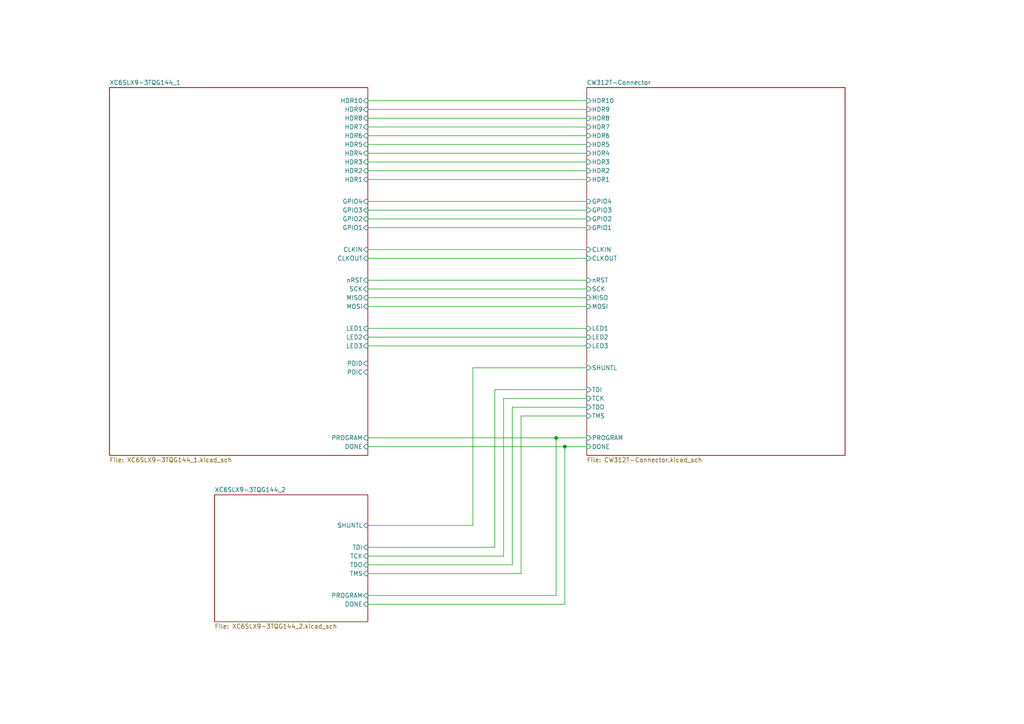
<source format=kicad_sch>
(kicad_sch
	(version 20231120)
	(generator "eeschema")
	(generator_version "8.0")
	(uuid "06b23300-1735-453c-a53d-6066ed551221")
	(paper "A4")
	(lib_symbols)
	(junction
		(at 163.83 129.54)
		(diameter 0)
		(color 0 0 0 0)
		(uuid "164197c7-12c6-43a5-b3bf-9523dfcb996b")
	)
	(junction
		(at 161.29 127)
		(diameter 0)
		(color 0 0 0 0)
		(uuid "6b00a7fe-29ad-4ffb-9b84-fa7cf140b181")
	)
	(wire
		(pts
			(xy 161.29 127) (xy 161.29 172.72)
		)
		(stroke
			(width 0)
			(type default)
		)
		(uuid "0152dc58-7e51-4bcc-af3b-3000d2fc3cfa")
	)
	(wire
		(pts
			(xy 106.68 129.54) (xy 163.83 129.54)
		)
		(stroke
			(width 0)
			(type default)
		)
		(uuid "0772b1d6-3325-4698-adec-5a055ec10396")
	)
	(wire
		(pts
			(xy 151.13 166.37) (xy 151.13 120.65)
		)
		(stroke
			(width 0)
			(type default)
		)
		(uuid "121cb5e6-8f79-479a-b1a8-9dba2349c16b")
	)
	(wire
		(pts
			(xy 170.18 106.68) (xy 137.16 106.68)
		)
		(stroke
			(width 0)
			(type default)
		)
		(uuid "1468b0e4-579d-4550-befa-a88051ed04d3")
	)
	(wire
		(pts
			(xy 106.68 34.29) (xy 170.18 34.29)
		)
		(stroke
			(width 0)
			(type default)
		)
		(uuid "1c044052-aa10-47a4-be32-464d9df5f4ac")
	)
	(wire
		(pts
			(xy 106.68 83.82) (xy 170.18 83.82)
		)
		(stroke
			(width 0)
			(type default)
		)
		(uuid "1c36b0c9-1c18-4271-8c00-35e442377310")
	)
	(wire
		(pts
			(xy 106.68 41.91) (xy 170.18 41.91)
		)
		(stroke
			(width 0)
			(type default)
		)
		(uuid "1ec935d1-1c85-4def-bacc-c119e5c595ac")
	)
	(wire
		(pts
			(xy 106.68 49.53) (xy 170.18 49.53)
		)
		(stroke
			(width 0)
			(type default)
		)
		(uuid "2f57b927-7beb-4bbb-94b7-a7838665ca3d")
	)
	(wire
		(pts
			(xy 106.68 74.93) (xy 170.18 74.93)
		)
		(stroke
			(width 0)
			(type default)
		)
		(uuid "34972df3-724b-4ece-9584-9bac462da1d5")
	)
	(wire
		(pts
			(xy 143.51 158.75) (xy 143.51 113.03)
		)
		(stroke
			(width 0)
			(type default)
		)
		(uuid "36eca3ce-4af1-408d-ae81-ac50019d3b92")
	)
	(wire
		(pts
			(xy 170.18 118.11) (xy 148.59 118.11)
		)
		(stroke
			(width 0)
			(type default)
		)
		(uuid "3c7162b9-553b-46e7-a89b-ebd4a574913e")
	)
	(wire
		(pts
			(xy 106.68 86.36) (xy 170.18 86.36)
		)
		(stroke
			(width 0)
			(type default)
		)
		(uuid "5d2ef863-a48e-469e-8344-cd63a9e0a2f3")
	)
	(wire
		(pts
			(xy 106.68 44.45) (xy 170.18 44.45)
		)
		(stroke
			(width 0)
			(type default)
		)
		(uuid "5f930248-601d-459c-9119-c3cce6a4732b")
	)
	(wire
		(pts
			(xy 106.68 161.29) (xy 146.05 161.29)
		)
		(stroke
			(width 0)
			(type default)
		)
		(uuid "615f7ad1-468f-491e-a44d-32d9b780a578")
	)
	(wire
		(pts
			(xy 146.05 161.29) (xy 146.05 115.57)
		)
		(stroke
			(width 0)
			(type default)
		)
		(uuid "67a87b8c-e826-402d-be25-e44ea245ebde")
	)
	(wire
		(pts
			(xy 106.68 166.37) (xy 151.13 166.37)
		)
		(stroke
			(width 0)
			(type default)
		)
		(uuid "6863fe5d-bc03-4e9f-9403-12df2394e04c")
	)
	(wire
		(pts
			(xy 151.13 120.65) (xy 170.18 120.65)
		)
		(stroke
			(width 0)
			(type default)
		)
		(uuid "766e38ab-b0ae-4a16-a250-618ce93033a5")
	)
	(wire
		(pts
			(xy 106.68 58.42) (xy 170.18 58.42)
		)
		(stroke
			(width 0)
			(type default)
		)
		(uuid "805ade74-185d-4d54-881b-34fac554d8f5")
	)
	(wire
		(pts
			(xy 163.83 129.54) (xy 170.18 129.54)
		)
		(stroke
			(width 0)
			(type default)
		)
		(uuid "82a847d4-bcc2-4166-abc4-2dac9495e374")
	)
	(wire
		(pts
			(xy 137.16 152.4) (xy 106.68 152.4)
		)
		(stroke
			(width 0)
			(type default)
		)
		(uuid "85dbc497-e138-4651-a0ca-4f5c46ea7382")
	)
	(wire
		(pts
			(xy 106.68 63.5) (xy 170.18 63.5)
		)
		(stroke
			(width 0)
			(type default)
		)
		(uuid "8c7f45c5-5be7-4cb4-8eb8-d96e0a47f155")
	)
	(wire
		(pts
			(xy 106.68 46.99) (xy 170.18 46.99)
		)
		(stroke
			(width 0)
			(type default)
		)
		(uuid "8e59b002-708f-4643-aa2b-906efdea23e5")
	)
	(wire
		(pts
			(xy 146.05 115.57) (xy 170.18 115.57)
		)
		(stroke
			(width 0)
			(type default)
		)
		(uuid "8e7da1c3-56e0-4543-9acb-f71fa619e860")
	)
	(wire
		(pts
			(xy 106.68 60.96) (xy 170.18 60.96)
		)
		(stroke
			(width 0)
			(type default)
		)
		(uuid "90dccf95-4c41-4924-8c93-9ab85e94ba83")
	)
	(wire
		(pts
			(xy 161.29 127) (xy 106.68 127)
		)
		(stroke
			(width 0)
			(type default)
		)
		(uuid "90e9e9b2-e074-48d2-b1ae-03d7d799b4ce")
	)
	(wire
		(pts
			(xy 106.68 172.72) (xy 161.29 172.72)
		)
		(stroke
			(width 0)
			(type default)
		)
		(uuid "91a43bb5-9c55-4228-bd7f-aa49d1f3581c")
	)
	(wire
		(pts
			(xy 106.68 72.39) (xy 170.18 72.39)
		)
		(stroke
			(width 0)
			(type default)
		)
		(uuid "a1acb06b-c154-439a-bb28-6214bea47a0f")
	)
	(wire
		(pts
			(xy 106.68 81.28) (xy 170.18 81.28)
		)
		(stroke
			(width 0)
			(type default)
		)
		(uuid "a2902fbc-7fe2-4242-b4c6-5d3e691531cf")
	)
	(wire
		(pts
			(xy 106.68 88.9) (xy 170.18 88.9)
		)
		(stroke
			(width 0)
			(type default)
		)
		(uuid "a5b9ca27-72cd-4ad3-ac54-d0eb95603794")
	)
	(wire
		(pts
			(xy 106.68 100.33) (xy 170.18 100.33)
		)
		(stroke
			(width 0)
			(type default)
		)
		(uuid "ab42fcc8-cdc5-402b-b141-bba54460fb86")
	)
	(wire
		(pts
			(xy 163.83 175.26) (xy 163.83 129.54)
		)
		(stroke
			(width 0)
			(type default)
		)
		(uuid "af3a9107-447f-4bb7-ba7e-0929f150656e")
	)
	(wire
		(pts
			(xy 148.59 118.11) (xy 148.59 163.83)
		)
		(stroke
			(width 0)
			(type default)
		)
		(uuid "b20ca205-25f2-44d6-95bf-eb5aff4a5446")
	)
	(wire
		(pts
			(xy 106.68 29.21) (xy 170.18 29.21)
		)
		(stroke
			(width 0)
			(type default)
		)
		(uuid "b9fc54e2-8a8b-4410-927b-8de5a7f12b4a")
	)
	(wire
		(pts
			(xy 161.29 127) (xy 170.18 127)
		)
		(stroke
			(width 0)
			(type default)
		)
		(uuid "c246cf9f-a656-41f2-bfea-fda617903f6f")
	)
	(wire
		(pts
			(xy 106.68 97.79) (xy 170.18 97.79)
		)
		(stroke
			(width 0)
			(type default)
		)
		(uuid "c3759cf0-881b-4d13-bd50-6f04606feac1")
	)
	(wire
		(pts
			(xy 106.68 175.26) (xy 163.83 175.26)
		)
		(stroke
			(width 0)
			(type default)
		)
		(uuid "c39ec2c6-dde5-4922-98eb-bbf4395c5dbe")
	)
	(wire
		(pts
			(xy 137.16 106.68) (xy 137.16 152.4)
		)
		(stroke
			(width 0)
			(type default)
		)
		(uuid "c44206a8-c6c4-4640-a497-9c691d66046a")
	)
	(wire
		(pts
			(xy 106.68 95.25) (xy 170.18 95.25)
		)
		(stroke
			(width 0)
			(type default)
		)
		(uuid "c77662f7-7d06-4a01-9b9e-f56b01cbed64")
	)
	(wire
		(pts
			(xy 106.68 39.37) (xy 170.18 39.37)
		)
		(stroke
			(width 0)
			(type default)
		)
		(uuid "d7221e8c-6515-4d94-a386-893457e7085c")
	)
	(wire
		(pts
			(xy 106.68 52.07) (xy 170.18 52.07)
		)
		(stroke
			(width 0)
			(type default)
		)
		(uuid "d7ecead1-d251-489d-b6ac-b21afb3dab58")
	)
	(wire
		(pts
			(xy 106.68 36.83) (xy 170.18 36.83)
		)
		(stroke
			(width 0)
			(type default)
		)
		(uuid "d899af4c-7c27-4187-a86b-9ec1012e6bc6")
	)
	(wire
		(pts
			(xy 106.68 163.83) (xy 148.59 163.83)
		)
		(stroke
			(width 0)
			(type default)
		)
		(uuid "decf944b-2bea-498b-b56c-66312eef0f4a")
	)
	(wire
		(pts
			(xy 106.68 31.75) (xy 170.18 31.75)
		)
		(stroke
			(width 0)
			(type default)
		)
		(uuid "eb9f3b65-56a5-4807-b727-804e6b02730d")
	)
	(wire
		(pts
			(xy 143.51 113.03) (xy 170.18 113.03)
		)
		(stroke
			(width 0)
			(type default)
		)
		(uuid "ec05b6f0-cb35-42e7-b33c-9b62259e2bb9")
	)
	(wire
		(pts
			(xy 106.68 158.75) (xy 143.51 158.75)
		)
		(stroke
			(width 0)
			(type default)
		)
		(uuid "f3684138-af66-48bf-a389-110498637005")
	)
	(wire
		(pts
			(xy 106.68 66.04) (xy 170.18 66.04)
		)
		(stroke
			(width 0)
			(type default)
		)
		(uuid "ff9782a9-6a0d-4f2d-9795-364d40f02793")
	)
	(sheet
		(at 170.18 25.4)
		(size 74.93 106.68)
		(fields_autoplaced yes)
		(stroke
			(width 0.1524)
			(type solid)
		)
		(fill
			(color 0 0 0 0.0000)
		)
		(uuid "6361a6c9-79c6-4b34-90f7-819ffa6ef97b")
		(property "Sheetname" "CW312T-Connector"
			(at 170.18 24.6884 0)
			(effects
				(font
					(size 1.27 1.27)
				)
				(justify left bottom)
			)
		)
		(property "Sheetfile" "CW312T-Connector.kicad_sch"
			(at 170.18 132.6646 0)
			(effects
				(font
					(size 1.27 1.27)
				)
				(justify left top)
			)
		)
		(pin "HDR3" input
			(at 170.18 46.99 180)
			(effects
				(font
					(size 1.27 1.27)
				)
				(justify left)
			)
			(uuid "073dc535-3454-4361-8ac7-50db3718fcc8")
		)
		(pin "HDR2" input
			(at 170.18 49.53 180)
			(effects
				(font
					(size 1.27 1.27)
				)
				(justify left)
			)
			(uuid "77d1f656-47b9-464a-b23d-f6c44737fe39")
		)
		(pin "HDR6" input
			(at 170.18 39.37 180)
			(effects
				(font
					(size 1.27 1.27)
				)
				(justify left)
			)
			(uuid "093f6a04-ef6f-4145-b8ff-fb9d38bd8f61")
		)
		(pin "HDR1" input
			(at 170.18 52.07 180)
			(effects
				(font
					(size 1.27 1.27)
				)
				(justify left)
			)
			(uuid "424ab544-f6ee-4a22-8fb5-cadcef088757")
		)
		(pin "HDR4" input
			(at 170.18 44.45 180)
			(effects
				(font
					(size 1.27 1.27)
				)
				(justify left)
			)
			(uuid "98042b5f-f314-4336-9d61-2b5d87485aa8")
		)
		(pin "HDR5" input
			(at 170.18 41.91 180)
			(effects
				(font
					(size 1.27 1.27)
				)
				(justify left)
			)
			(uuid "4f9b8839-5397-4fee-8575-88cdf91074ea")
		)
		(pin "MISO" input
			(at 170.18 86.36 180)
			(effects
				(font
					(size 1.27 1.27)
				)
				(justify left)
			)
			(uuid "d34b73c5-b0a9-4dc7-bb1a-d74b37668b88")
		)
		(pin "DONE" input
			(at 170.18 129.54 180)
			(effects
				(font
					(size 1.27 1.27)
				)
				(justify left)
			)
			(uuid "1cc8df31-3812-4c5c-9103-956899308bbd")
		)
		(pin "MOSI" input
			(at 170.18 88.9 180)
			(effects
				(font
					(size 1.27 1.27)
				)
				(justify left)
			)
			(uuid "5144cc10-3b1e-4c21-943b-b4e4f61a3448")
		)
		(pin "TDO" input
			(at 170.18 118.11 180)
			(effects
				(font
					(size 1.27 1.27)
				)
				(justify left)
			)
			(uuid "19c28029-7f37-4ac0-bcad-9bf314a688db")
		)
		(pin "PROGRAM" input
			(at 170.18 127 180)
			(effects
				(font
					(size 1.27 1.27)
				)
				(justify left)
			)
			(uuid "d4cc0ec6-6e29-4086-8d7d-23742ab78733")
		)
		(pin "CLKOUT" input
			(at 170.18 74.93 180)
			(effects
				(font
					(size 1.27 1.27)
				)
				(justify left)
			)
			(uuid "7a66bc02-a8ea-43ea-8171-ac97d2269469")
		)
		(pin "TCK" input
			(at 170.18 115.57 180)
			(effects
				(font
					(size 1.27 1.27)
				)
				(justify left)
			)
			(uuid "bf40328e-fdf2-4913-8330-4cb46aac4343")
		)
		(pin "TDI" input
			(at 170.18 113.03 180)
			(effects
				(font
					(size 1.27 1.27)
				)
				(justify left)
			)
			(uuid "46ad6014-6f82-4d20-a912-6d34a05b5208")
		)
		(pin "TMS" input
			(at 170.18 120.65 180)
			(effects
				(font
					(size 1.27 1.27)
				)
				(justify left)
			)
			(uuid "774d2673-48ee-4bba-b8cd-320ed83edf6d")
		)
		(pin "SHUNTL" input
			(at 170.18 106.68 180)
			(effects
				(font
					(size 1.27 1.27)
				)
				(justify left)
			)
			(uuid "69f7596b-914f-4cd8-8741-1c8530a4d369")
		)
		(pin "GPIO1" input
			(at 170.18 66.04 180)
			(effects
				(font
					(size 1.27 1.27)
				)
				(justify left)
			)
			(uuid "b665114d-7c1d-4c95-903e-42fb0d3a0ee8")
		)
		(pin "GPIO2" input
			(at 170.18 63.5 180)
			(effects
				(font
					(size 1.27 1.27)
				)
				(justify left)
			)
			(uuid "a48c0c9c-38e8-4994-b123-eaf7345c3a45")
		)
		(pin "GPIO4" input
			(at 170.18 58.42 180)
			(effects
				(font
					(size 1.27 1.27)
				)
				(justify left)
			)
			(uuid "6ed2c7a4-5b7c-4b1b-81f8-84c8ddd8f76a")
		)
		(pin "GPIO3" input
			(at 170.18 60.96 180)
			(effects
				(font
					(size 1.27 1.27)
				)
				(justify left)
			)
			(uuid "b6ed5009-4a24-477d-bad8-750c2bc04223")
		)
		(pin "SCK" input
			(at 170.18 83.82 180)
			(effects
				(font
					(size 1.27 1.27)
				)
				(justify left)
			)
			(uuid "6f5f85c6-f2f3-4300-832e-4677d604b3fb")
		)
		(pin "LED3" input
			(at 170.18 100.33 180)
			(effects
				(font
					(size 1.27 1.27)
				)
				(justify left)
			)
			(uuid "c9fd9f99-46a1-4e62-958b-55dddb9fe6e8")
		)
		(pin "LED2" input
			(at 170.18 97.79 180)
			(effects
				(font
					(size 1.27 1.27)
				)
				(justify left)
			)
			(uuid "e30b463a-693b-4eab-a9b8-4b6c4f0ca462")
		)
		(pin "LED1" input
			(at 170.18 95.25 180)
			(effects
				(font
					(size 1.27 1.27)
				)
				(justify left)
			)
			(uuid "65451bc2-febf-4bf9-ba98-ed393c07bb0f")
		)
		(pin "nRST" input
			(at 170.18 81.28 180)
			(effects
				(font
					(size 1.27 1.27)
				)
				(justify left)
			)
			(uuid "f1018f16-17db-47a2-ab4d-c5722043ddc8")
		)
		(pin "CLKIN" input
			(at 170.18 72.39 180)
			(effects
				(font
					(size 1.27 1.27)
				)
				(justify left)
			)
			(uuid "6801adfa-673f-416c-8f69-47b770b6b0af")
		)
		(pin "HDR10" input
			(at 170.18 29.21 180)
			(effects
				(font
					(size 1.27 1.27)
				)
				(justify left)
			)
			(uuid "37dccb1a-8634-449a-b6ab-f883300921f4")
		)
		(pin "HDR8" input
			(at 170.18 34.29 180)
			(effects
				(font
					(size 1.27 1.27)
				)
				(justify left)
			)
			(uuid "c684a03a-ae50-462e-ade1-05739f729d6a")
		)
		(pin "HDR9" input
			(at 170.18 31.75 180)
			(effects
				(font
					(size 1.27 1.27)
				)
				(justify left)
			)
			(uuid "e60c127f-e50d-4bb2-93ad-97c06667b347")
		)
		(pin "HDR7" input
			(at 170.18 36.83 180)
			(effects
				(font
					(size 1.27 1.27)
				)
				(justify left)
			)
			(uuid "704f1011-6988-46e7-96e6-689f93476603")
		)
		(instances
			(project "CW312T-S6LX9"
				(path "/06b23300-1735-453c-a53d-6066ed551221"
					(page "4")
				)
			)
		)
	)
	(sheet
		(at 62.23 143.51)
		(size 44.45 36.83)
		(fields_autoplaced yes)
		(stroke
			(width 0.1524)
			(type solid)
		)
		(fill
			(color 0 0 0 0.0000)
		)
		(uuid "d67991ef-1465-46d9-b7d2-47fb63c81bd9")
		(property "Sheetname" "XC6SLX9-3TQG144_2"
			(at 62.23 142.7984 0)
			(effects
				(font
					(size 1.27 1.27)
				)
				(justify left bottom)
			)
		)
		(property "Sheetfile" "XC6SLX9-3TQG144_2.kicad_sch"
			(at 62.23 180.9246 0)
			(effects
				(font
					(size 1.27 1.27)
				)
				(justify left top)
			)
		)
		(pin "TDI" input
			(at 106.68 158.75 0)
			(effects
				(font
					(size 1.27 1.27)
				)
				(justify right)
			)
			(uuid "0c278788-8114-473e-b55b-ddef5b9e013a")
		)
		(pin "TCK" input
			(at 106.68 161.29 0)
			(effects
				(font
					(size 1.27 1.27)
				)
				(justify right)
			)
			(uuid "a7c365b9-2c78-4fc0-a8c5-3b7a4937d902")
		)
		(pin "TDO" input
			(at 106.68 163.83 0)
			(effects
				(font
					(size 1.27 1.27)
				)
				(justify right)
			)
			(uuid "b5493e02-1001-45a9-9573-bd3b6703eaf0")
		)
		(pin "TMS" input
			(at 106.68 166.37 0)
			(effects
				(font
					(size 1.27 1.27)
				)
				(justify right)
			)
			(uuid "59040fe4-ea96-4809-b9e4-5914c2b6d5ae")
		)
		(pin "PROGRAM" input
			(at 106.68 172.72 0)
			(effects
				(font
					(size 1.27 1.27)
				)
				(justify right)
			)
			(uuid "0d87858f-045c-4917-8cc3-58e93dc3e4f5")
		)
		(pin "DONE" input
			(at 106.68 175.26 0)
			(effects
				(font
					(size 1.27 1.27)
				)
				(justify right)
			)
			(uuid "f7930020-1fe4-4637-abcd-b90deda835b5")
		)
		(pin "SHUNTL" input
			(at 106.68 152.4 0)
			(effects
				(font
					(size 1.27 1.27)
				)
				(justify right)
			)
			(uuid "355e4e9f-5840-41cf-8ceb-9cef294adedb")
		)
		(instances
			(project "CW312T-S6LX9"
				(path "/06b23300-1735-453c-a53d-6066ed551221"
					(page "3")
				)
			)
		)
	)
	(sheet
		(at 31.75 25.4)
		(size 74.93 106.68)
		(fields_autoplaced yes)
		(stroke
			(width 0.1524)
			(type solid)
		)
		(fill
			(color 0 0 0 0.0000)
		)
		(uuid "e5b59340-d0f6-4df0-9da4-dbe2cf9233bc")
		(property "Sheetname" "XC6SLX9-3TQG144_1"
			(at 31.75 24.6884 0)
			(effects
				(font
					(size 1.27 1.27)
				)
				(justify left bottom)
			)
		)
		(property "Sheetfile" "XC6SLX9-3TQG144_1.kicad_sch"
			(at 31.75 132.6646 0)
			(effects
				(font
					(size 1.27 1.27)
				)
				(justify left top)
			)
		)
		(pin "HDR6" input
			(at 106.68 39.37 0)
			(effects
				(font
					(size 1.27 1.27)
				)
				(justify right)
			)
			(uuid "f46cb36d-e650-44a6-b138-cbf46fdacedc")
		)
		(pin "HDR5" input
			(at 106.68 41.91 0)
			(effects
				(font
					(size 1.27 1.27)
				)
				(justify right)
			)
			(uuid "78b017a2-0156-42a4-9cab-d911cae4e35f")
		)
		(pin "HDR4" input
			(at 106.68 44.45 0)
			(effects
				(font
					(size 1.27 1.27)
				)
				(justify right)
			)
			(uuid "315c896e-02f9-4f51-96ba-901929f6f260")
		)
		(pin "HDR3" input
			(at 106.68 46.99 0)
			(effects
				(font
					(size 1.27 1.27)
				)
				(justify right)
			)
			(uuid "5def470e-0e3d-470e-8cde-4b43caeff7fd")
		)
		(pin "HDR2" input
			(at 106.68 49.53 0)
			(effects
				(font
					(size 1.27 1.27)
				)
				(justify right)
			)
			(uuid "d79cdea0-e6a3-4729-9aac-baaa4d28d5f8")
		)
		(pin "HDR1" input
			(at 106.68 52.07 0)
			(effects
				(font
					(size 1.27 1.27)
				)
				(justify right)
			)
			(uuid "4ea2ecc9-d78a-4c56-9711-0d1846436077")
		)
		(pin "GPIO4" input
			(at 106.68 58.42 0)
			(effects
				(font
					(size 1.27 1.27)
				)
				(justify right)
			)
			(uuid "d6533109-a7b6-485c-9c0a-c1bc5d5a630b")
		)
		(pin "GPIO2" input
			(at 106.68 63.5 0)
			(effects
				(font
					(size 1.27 1.27)
				)
				(justify right)
			)
			(uuid "5fa56431-ea1a-476a-a315-adf699ef0f7d")
		)
		(pin "GPIO3" input
			(at 106.68 60.96 0)
			(effects
				(font
					(size 1.27 1.27)
				)
				(justify right)
			)
			(uuid "ce86d4a3-c14f-4c0a-a204-1cd795d11031")
		)
		(pin "CLKIN" input
			(at 106.68 72.39 0)
			(effects
				(font
					(size 1.27 1.27)
				)
				(justify right)
			)
			(uuid "7ee54bb0-157f-4822-887a-f7042ea90565")
		)
		(pin "GPIO1" input
			(at 106.68 66.04 0)
			(effects
				(font
					(size 1.27 1.27)
				)
				(justify right)
			)
			(uuid "69c411df-19ad-4c75-af39-1dbd887c978c")
		)
		(pin "CLKOUT" input
			(at 106.68 74.93 0)
			(effects
				(font
					(size 1.27 1.27)
				)
				(justify right)
			)
			(uuid "6f5a5223-f4ed-49be-8cb5-591a8455c73a")
		)
		(pin "PDIC" input
			(at 106.68 107.95 0)
			(effects
				(font
					(size 1.27 1.27)
				)
				(justify right)
			)
			(uuid "1af0b464-83de-4580-8f56-06a035b5f914")
		)
		(pin "MOSI" input
			(at 106.68 88.9 0)
			(effects
				(font
					(size 1.27 1.27)
				)
				(justify right)
			)
			(uuid "099f42d6-c692-4892-a6ab-573a300f57a6")
		)
		(pin "MISO" input
			(at 106.68 86.36 0)
			(effects
				(font
					(size 1.27 1.27)
				)
				(justify right)
			)
			(uuid "e5e34e62-73ca-4b5e-acc4-31ccf627d0d5")
		)
		(pin "SCK" input
			(at 106.68 83.82 0)
			(effects
				(font
					(size 1.27 1.27)
				)
				(justify right)
			)
			(uuid "110451e3-3bf7-4279-9412-2760783ad62a")
		)
		(pin "nRST" input
			(at 106.68 81.28 0)
			(effects
				(font
					(size 1.27 1.27)
				)
				(justify right)
			)
			(uuid "5e501d67-f9f0-4a42-b1a8-309cab8b7a6d")
		)
		(pin "PDID" input
			(at 106.68 105.41 0)
			(effects
				(font
					(size 1.27 1.27)
				)
				(justify right)
			)
			(uuid "b58c7395-0d4a-4e8f-9f02-6279841bfbc3")
		)
		(pin "DONE" input
			(at 106.68 129.54 0)
			(effects
				(font
					(size 1.27 1.27)
				)
				(justify right)
			)
			(uuid "d985d408-80e1-4585-ae84-7c01ac2ce117")
		)
		(pin "PROGRAM" input
			(at 106.68 127 0)
			(effects
				(font
					(size 1.27 1.27)
				)
				(justify right)
			)
			(uuid "44890b9d-f06c-475c-b9b4-93662ad7f61f")
		)
		(pin "LED3" input
			(at 106.68 100.33 0)
			(effects
				(font
					(size 1.27 1.27)
				)
				(justify right)
			)
			(uuid "bd2c3b3e-677a-4e98-b642-f64068dba070")
		)
		(pin "LED2" input
			(at 106.68 97.79 0)
			(effects
				(font
					(size 1.27 1.27)
				)
				(justify right)
			)
			(uuid "06bdbd59-7db2-4010-9656-86a5d4bd4bac")
		)
		(pin "LED1" input
			(at 106.68 95.25 0)
			(effects
				(font
					(size 1.27 1.27)
				)
				(justify right)
			)
			(uuid "fe4155d9-8c7f-4f2c-856f-819839742e03")
		)
		(pin "HDR10" input
			(at 106.68 29.21 0)
			(effects
				(font
					(size 1.27 1.27)
				)
				(justify right)
			)
			(uuid "00c270d1-8656-4b52-8ab9-5294009f6714")
		)
		(pin "HDR9" input
			(at 106.68 31.75 0)
			(effects
				(font
					(size 1.27 1.27)
				)
				(justify right)
			)
			(uuid "1de6fee9-ecf4-434c-89ad-886f407a1383")
		)
		(pin "HDR8" input
			(at 106.68 34.29 0)
			(effects
				(font
					(size 1.27 1.27)
				)
				(justify right)
			)
			(uuid "ac1762dc-acea-422b-ab54-c1e76e198c6b")
		)
		(pin "HDR7" input
			(at 106.68 36.83 0)
			(effects
				(font
					(size 1.27 1.27)
				)
				(justify right)
			)
			(uuid "7dafc03c-36b4-45b2-aab4-9d8ccb8875a0")
		)
		(instances
			(project "CW312T-S6LX9"
				(path "/06b23300-1735-453c-a53d-6066ed551221"
					(page "2")
				)
			)
		)
	)
	(sheet_instances
		(path "/"
			(page "1")
		)
	)
)

</source>
